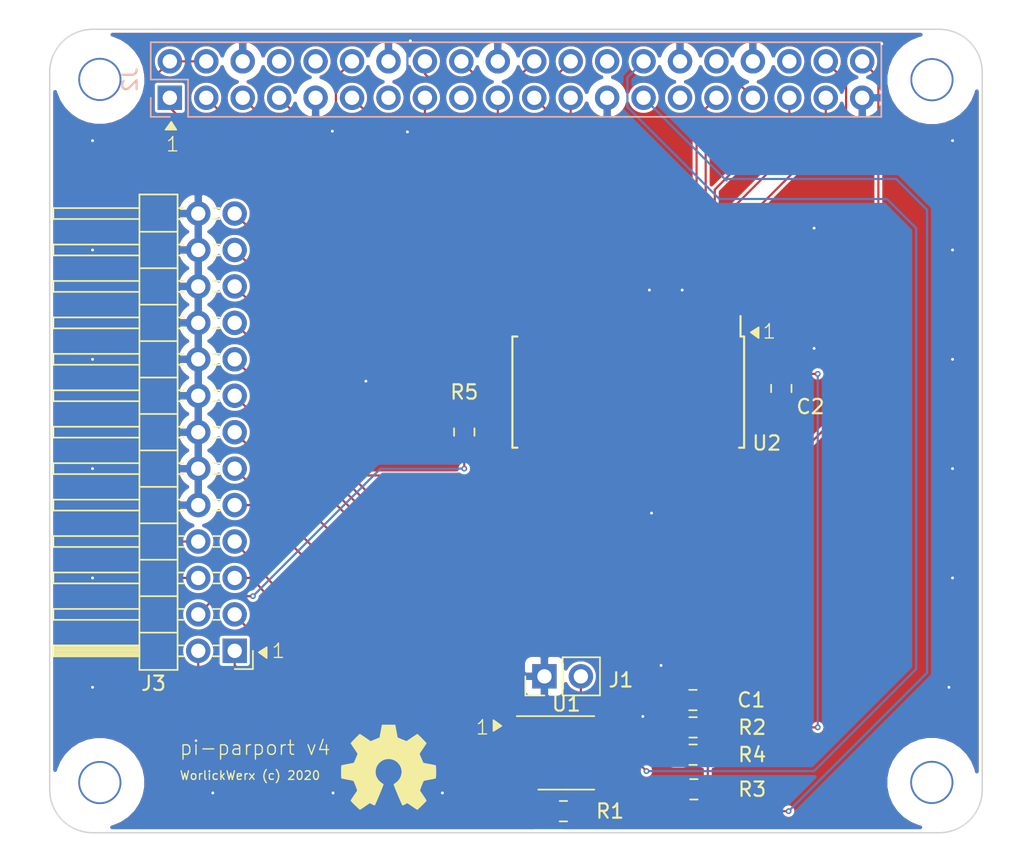
<source format=kicad_pcb>
(kicad_pcb (version 20171130) (host pcbnew 5.1.4+dfsg1-1~bpo10+1)
  (layers (0 F.Cu signal) (31 B.Cu signal) (34 B.Paste user) (35 F.Paste user) (36 B.SilkS user) (37 F.SilkS user) (38 B.Mask user) (39 F.Mask user) (44 Edge.Cuts user))
  (net 0 "")
  (net 1 GND)
  (net 2 /ID_SD_EEPROM)
  (net 3 /ID_SC_EEPROM)
  (net 4 "Net-(J1-Pad2)")
  (net 5 +3V3)
  (net 6 +5V)
  (net 7 /GPIO2)
  (net 8 /GPIO3)
  (net 9 /GPIO4)
  (net 10 "Net-(J2-Pad8)")
  (net 11 "Net-(J2-Pad10)")
  (net 12 /GPIO17)
  (net 13 /GPIO18)
  (net 14 "Net-(J2-Pad13)")
  (net 15 /GPIO22)
  (net 16 /GPIO23)
  (net 17 "Net-(J2-Pad17)")
  (net 18 /GPIO24)
  (net 19 /GPIO10)
  (net 20 /GPIO9)
  (net 21 /GPIO25)
  (net 22 /GPIO11)
  (net 23 /GPIO8)
  (net 24 "Net-(J2-Pad26)")
  (net 25 "Net-(J2-Pad29)")
  (net 26 /GPIO6)
  (net 27 "Net-(J2-Pad32)")
  (net 28 /GPIO13)
  (net 29 /GPIO19)
  (net 30 "Net-(J2-Pad36)")
  (net 31 /GPIO26)
  (net 32 /GPIO20)
  (net 33 /GPIO21)
  (net 34 /CONTROL0)
  (net 35 /CONTROL1)
  (net 36 /DATA0)
  (net 37 /STATUS3)
  (net 38 /DATA1)
  (net 39 /CONTROL2)
  (net 40 /DATA2)
  (net 41 /CONTROL3)
  (net 42 /DATA3)
  (net 43 /DATA4)
  (net 44 /DATA5)
  (net 45 /DATA6)
  (net 46 /DATA7)
  (net 47 /STATUS6)
  (net 48 /STATUS7)
  (net 49 /STATUS5)
  (net 50 /STATUS4)
  (net 51 "Net-(U2-Pad30)")
  (net 52 "Net-(U2-Pad43)")
  (module Symbol:OSHW-Symbol_6.7x6mm_SilkScreen (layer F.Cu) (at 102.1588 112.268)
    (fp_text reference REF** hide)
    (fp_text value OSHW-Symbol_6.7x6mm_SilkScreen hide)
  )
  (module Package_SO:SSOP-48_7.5x15.9mm_P0.635mm (layer F.Cu) (at 118.872 86.106 270)
    (fp_text reference U2 (at 3.556 -9.652 180) (layer F.SilkS))
    (fp_text value SN74LVC161284DLR)
    (pad 1 smd rect (at -4.7 -7.3025 270) (size 1.2 0.4) (layers F.Cu F.Paste F.Mask) (net 32 /GPIO20))
    (pad 2 smd rect (at -4.7 -6.6675 270) (size 1.2 0.4) (layers F.Cu F.Paste F.Mask) (net 31 /GPIO26))
    (pad 3 smd rect (at -4.7 -6.0325 270) (size 1.2 0.4) (layers F.Cu F.Paste F.Mask) (net 29 /GPIO19))
    (pad 4 smd rect (at -4.7 -5.3975 270) (size 1.2 0.4) (layers F.Cu F.Paste F.Mask) (net 26 /GPIO6))
    (pad 5 smd rect (at -4.7 -4.7625 270) (size 1.2 0.4) (layers F.Cu F.Paste F.Mask) (net 28 /GPIO13))
    (pad 6 smd rect (at -4.7 -4.1275 270) (size 1.2 0.4) (layers F.Cu F.Paste F.Mask) (net 1 GND))
    (pad 7 smd rect (at -4.7 -3.4925 270) (size 1.2 0.4) (layers F.Cu F.Paste F.Mask) (net 5 +3V3))
    (pad 8 smd rect (at -4.7 -2.8575 270) (size 1.2 0.4) (layers F.Cu F.Paste F.Mask) (net 22 /GPIO11))
    (pad 9 smd rect (at -4.7 -2.2225 270) (size 1.2 0.4) (layers F.Cu F.Paste F.Mask) (net 23 /GPIO8))
    (pad 10 smd rect (at -4.7 -1.5875 270) (size 1.2 0.4) (layers F.Cu F.Paste F.Mask) (net 1 GND))
    (pad 11 smd rect (at -4.7 -0.9525 270) (size 1.2 0.4) (layers F.Cu F.Paste F.Mask) (net 20 /GPIO9))
    (pad 12 smd rect (at -4.7 -0.3175 270) (size 1.2 0.4) (layers F.Cu F.Paste F.Mask) (net 21 /GPIO25))
    (pad 13 smd rect (at -4.7 0.3175 270) (size 1.2 0.4) (layers F.Cu F.Paste F.Mask) (net 19 /GPIO10))
    (pad 14 smd rect (at -4.7 0.9525 270) (size 1.2 0.4) (layers F.Cu F.Paste F.Mask) (net 18 /GPIO24))
    (pad 15 smd rect (at -4.7 1.5875 270) (size 1.2 0.4) (layers F.Cu F.Paste F.Mask) (net 1 GND))
    (pad 16 smd rect (at -4.7 2.2225 270) (size 1.2 0.4) (layers F.Cu F.Paste F.Mask) (net 16 /GPIO23))
    (pad 17 smd rect (at -4.7 2.8575 270) (size 1.2 0.4) (layers F.Cu F.Paste F.Mask) (net 15 /GPIO22))
    (pad 18 smd rect (at -4.7 3.4925 270) (size 1.2 0.4) (layers F.Cu F.Paste F.Mask) (net 5 +3V3))
    (pad 19 smd rect (at -4.7 4.1275 270) (size 1.2 0.4) (layers F.Cu F.Paste F.Mask) (net 1 GND))
    (pad 20 smd rect (at -4.7 4.7625 270) (size 1.2 0.4) (layers F.Cu F.Paste F.Mask) (net 12 /GPIO17))
    (pad 21 smd rect (at -4.7 5.3975 270) (size 1.2 0.4) (layers F.Cu F.Paste F.Mask) (net 13 /GPIO18))
    (pad 22 smd rect (at -4.7 6.0325 270) (size 1.2 0.4) (layers F.Cu F.Paste F.Mask) (net 9 /GPIO4))
    (pad 23 smd rect (at -4.7 6.6675 270) (size 1.2 0.4) (layers F.Cu F.Paste F.Mask) (net 8 /GPIO3))
    (pad 24 smd rect (at -4.7 7.3025 270) (size 1.2 0.4) (layers F.Cu F.Paste F.Mask) (net 7 /GPIO2))
    (pad 25 smd rect (at 4.7 7.3025 270) (size 1.2 0.4) (layers F.Cu F.Paste F.Mask) (net 37 /STATUS3))
    (pad 26 smd rect (at 4.7 6.6675 270) (size 1.2 0.4) (layers F.Cu F.Paste F.Mask) (net 50 /STATUS4))
    (pad 27 smd rect (at 4.7 6.0325 270) (size 1.2 0.4) (layers F.Cu F.Paste F.Mask) (net 49 /STATUS5))
    (pad 28 smd rect (at 4.7 5.3975 270) (size 1.2 0.4) (layers F.Cu F.Paste F.Mask) (net 48 /STATUS7))
    (pad 29 smd rect (at 4.7 4.7625 270) (size 1.2 0.4) (layers F.Cu F.Paste F.Mask) (net 47 /STATUS6))
    (pad 30 smd rect (at 4.7 4.1275 270) (size 1.2 0.4) (layers F.Cu F.Paste F.Mask) (net 51 "Net-(U2-Pad30)"))
    (pad 31 smd rect (at 4.7 3.4925 270) (size 1.2 0.4) (layers F.Cu F.Paste F.Mask) (net 6 +5V))
    (pad 32 smd rect (at 4.7 2.8575 270) (size 1.2 0.4) (layers F.Cu F.Paste F.Mask) (net 46 /DATA7))
    (pad 33 smd rect (at 4.7 2.2225 270) (size 1.2 0.4) (layers F.Cu F.Paste F.Mask) (net 45 /DATA6))
    (pad 34 smd rect (at 4.7 1.5875 270) (size 1.2 0.4) (layers F.Cu F.Paste F.Mask) (net 1 GND))
    (pad 35 smd rect (at 4.7 0.9525 270) (size 1.2 0.4) (layers F.Cu F.Paste F.Mask) (net 44 /DATA5))
    (pad 36 smd rect (at 4.7 0.3175 270) (size 1.2 0.4) (layers F.Cu F.Paste F.Mask) (net 43 /DATA4))
    (pad 37 smd rect (at 4.7 -0.3175 270) (size 1.2 0.4) (layers F.Cu F.Paste F.Mask) (net 42 /DATA3))
    (pad 38 smd rect (at 4.7 -0.9525 270) (size 1.2 0.4) (layers F.Cu F.Paste F.Mask) (net 40 /DATA2))
    (pad 39 smd rect (at 4.7 -1.5875 270) (size 1.2 0.4) (layers F.Cu F.Paste F.Mask) (net 1 GND))
    (pad 40 smd rect (at 4.7 -2.2225 270) (size 1.2 0.4) (layers F.Cu F.Paste F.Mask) (net 38 /DATA1))
    (pad 41 smd rect (at 4.7 -2.8575 270) (size 1.2 0.4) (layers F.Cu F.Paste F.Mask) (net 36 /DATA0))
    (pad 42 smd rect (at 4.7 -3.4925 270) (size 1.2 0.4) (layers F.Cu F.Paste F.Mask) (net 6 +5V))
    (pad 43 smd rect (at 4.7 -4.1275 270) (size 1.2 0.4) (layers F.Cu F.Paste F.Mask) (net 52 "Net-(U2-Pad43)"))
    (pad 44 smd rect (at 4.7 -4.7625 270) (size 1.2 0.4) (layers F.Cu F.Paste F.Mask) (net 34 /CONTROL0))
    (pad 45 smd rect (at 4.7 -5.3975 270) (size 1.2 0.4) (layers F.Cu F.Paste F.Mask) (net 35 /CONTROL1))
    (pad 46 smd rect (at 4.7 -6.0325 270) (size 1.2 0.4) (layers F.Cu F.Paste F.Mask) (net 39 /CONTROL2))
    (pad 47 smd rect (at 4.7 -6.6675 270) (size 1.2 0.4) (layers F.Cu F.Paste F.Mask) (net 41 /CONTROL3))
    (pad 48 smd rect (at 4.7 -7.3025 270) (size 1.2 0.4) (layers F.Cu F.Paste F.Mask) (net 33 /GPIO21))
  )
  (module Connector_PinHeader_2.54mm:PinHeader_2x13_P2.54mm_Horizontal (layer F.Cu) (at 91.44 104.14 180)
    (fp_text reference J3 (at 5.655 -2.27) (layer F.SilkS))
    (fp_text value Conn_02x13_Odd_Even)
    (pad 1 thru_hole rect (at 0 0 180) (size 1.7 1.7) (drill 1) (layers *.Cu *.Mask) (net 34 /CONTROL0))
    (pad 2 thru_hole oval (at 2.54 0 180) (size 1.7 1.7) (drill 1) (layers *.Cu *.Mask) (net 35 /CONTROL1))
    (pad 3 thru_hole oval (at 0 2.54 180) (size 1.7 1.7) (drill 1) (layers *.Cu *.Mask) (net 36 /DATA0))
    (pad 4 thru_hole oval (at 2.54 2.54 180) (size 1.7 1.7) (drill 1) (layers *.Cu *.Mask) (net 37 /STATUS3))
    (pad 5 thru_hole oval (at 0 5.08 180) (size 1.7 1.7) (drill 1) (layers *.Cu *.Mask) (net 38 /DATA1))
    (pad 6 thru_hole oval (at 2.54 5.08 180) (size 1.7 1.7) (drill 1) (layers *.Cu *.Mask) (net 39 /CONTROL2))
    (pad 7 thru_hole oval (at 0 7.62 180) (size 1.7 1.7) (drill 1) (layers *.Cu *.Mask) (net 40 /DATA2))
    (pad 8 thru_hole oval (at 2.54 7.62 180) (size 1.7 1.7) (drill 1) (layers *.Cu *.Mask) (net 41 /CONTROL3))
    (pad 9 thru_hole oval (at 0 10.16 180) (size 1.7 1.7) (drill 1) (layers *.Cu *.Mask) (net 42 /DATA3))
    (pad 10 thru_hole oval (at 2.54 10.16 180) (size 1.7 1.7) (drill 1) (layers *.Cu *.Mask) (net 1 GND))
    (pad 11 thru_hole oval (at 0 12.7 180) (size 1.7 1.7) (drill 1) (layers *.Cu *.Mask) (net 43 /DATA4))
    (pad 12 thru_hole oval (at 2.54 12.7 180) (size 1.7 1.7) (drill 1) (layers *.Cu *.Mask) (net 1 GND))
    (pad 13 thru_hole oval (at 0 15.24 180) (size 1.7 1.7) (drill 1) (layers *.Cu *.Mask) (net 44 /DATA5))
    (pad 14 thru_hole oval (at 2.54 15.24 180) (size 1.7 1.7) (drill 1) (layers *.Cu *.Mask) (net 1 GND))
    (pad 15 thru_hole oval (at 0 17.78 180) (size 1.7 1.7) (drill 1) (layers *.Cu *.Mask) (net 45 /DATA6))
    (pad 16 thru_hole oval (at 2.54 17.78 180) (size 1.7 1.7) (drill 1) (layers *.Cu *.Mask) (net 1 GND))
    (pad 17 thru_hole oval (at 0 20.32 180) (size 1.7 1.7) (drill 1) (layers *.Cu *.Mask) (net 46 /DATA7))
    (pad 18 thru_hole oval (at 2.54 20.32 180) (size 1.7 1.7) (drill 1) (layers *.Cu *.Mask) (net 1 GND))
    (pad 19 thru_hole oval (at 0 22.86 180) (size 1.7 1.7) (drill 1) (layers *.Cu *.Mask) (net 47 /STATUS6))
    (pad 20 thru_hole oval (at 2.54 22.86 180) (size 1.7 1.7) (drill 1) (layers *.Cu *.Mask) (net 1 GND))
    (pad 21 thru_hole oval (at 0 25.4 180) (size 1.7 1.7) (drill 1) (layers *.Cu *.Mask) (net 48 /STATUS7))
    (pad 22 thru_hole oval (at 2.54 25.4 180) (size 1.7 1.7) (drill 1) (layers *.Cu *.Mask) (net 1 GND))
    (pad 23 thru_hole oval (at 0 27.94 180) (size 1.7 1.7) (drill 1) (layers *.Cu *.Mask) (net 49 /STATUS5))
    (pad 24 thru_hole oval (at 2.54 27.94 180) (size 1.7 1.7) (drill 1) (layers *.Cu *.Mask) (net 1 GND))
    (pad 25 thru_hole oval (at 0 30.48 180) (size 1.7 1.7) (drill 1) (layers *.Cu *.Mask) (net 50 /STATUS4))
    (pad 26 thru_hole oval (at 2.54 30.48 180) (size 1.7 1.7) (drill 1) (layers *.Cu *.Mask) (net 1 GND))
  )
  (module Connector_PinSocket_2.54mm:PinSocket_2x20_P2.54mm_Vertical (layer B.Cu) (at 86.92 65.59 270)
    (fp_text reference J2 (at -1.27 2.77 270) (layer B.SilkS) (effects (justify mirror)))
    (fp_text value 40HAT)
    (pad 1 thru_hole rect (at 0 0 270) (size 1.7 1.7) (drill 1) (layers *.Cu *.Mask) (net 5 +3V3))
    (pad 2 thru_hole oval (at -2.54 0 270) (size 1.7 1.7) (drill 1) (layers *.Cu *.Mask) (net 6 +5V))
    (pad 3 thru_hole oval (at 0 -2.54 270) (size 1.7 1.7) (drill 1) (layers *.Cu *.Mask) (net 7 /GPIO2))
    (pad 4 thru_hole oval (at -2.54 -2.54 270) (size 1.7 1.7) (drill 1) (layers *.Cu *.Mask) (net 6 +5V))
    (pad 5 thru_hole oval (at 0 -5.08 270) (size 1.7 1.7) (drill 1) (layers *.Cu *.Mask) (net 8 /GPIO3))
    (pad 6 thru_hole oval (at -2.54 -5.08 270) (size 1.7 1.7) (drill 1) (layers *.Cu *.Mask) (net 1 GND))
    (pad 7 thru_hole oval (at 0 -7.62 270) (size 1.7 1.7) (drill 1) (layers *.Cu *.Mask) (net 9 /GPIO4))
    (pad 8 thru_hole oval (at -2.54 -7.62 270) (size 1.7 1.7) (drill 1) (layers *.Cu *.Mask) (net 10 "Net-(J2-Pad8)"))
    (pad 9 thru_hole oval (at 0 -10.16 270) (size 1.7 1.7) (drill 1) (layers *.Cu *.Mask) (net 1 GND))
    (pad 10 thru_hole oval (at -2.54 -10.16 270) (size 1.7 1.7) (drill 1) (layers *.Cu *.Mask) (net 11 "Net-(J2-Pad10)"))
    (pad 11 thru_hole oval (at 0 -12.7 270) (size 1.7 1.7) (drill 1) (layers *.Cu *.Mask) (net 12 /GPIO17))
    (pad 12 thru_hole oval (at -2.54 -12.7 270) (size 1.7 1.7) (drill 1) (layers *.Cu *.Mask) (net 13 /GPIO18))
    (pad 13 thru_hole oval (at 0 -15.24 270) (size 1.7 1.7) (drill 1) (layers *.Cu *.Mask) (net 14 "Net-(J2-Pad13)"))
    (pad 14 thru_hole oval (at -2.54 -15.24 270) (size 1.7 1.7) (drill 1) (layers *.Cu *.Mask) (net 1 GND))
    (pad 15 thru_hole oval (at 0 -17.78 270) (size 1.7 1.7) (drill 1) (layers *.Cu *.Mask) (net 15 /GPIO22))
    (pad 16 thru_hole oval (at -2.54 -17.78 270) (size 1.7 1.7) (drill 1) (layers *.Cu *.Mask) (net 16 /GPIO23))
    (pad 17 thru_hole oval (at 0 -20.32 270) (size 1.7 1.7) (drill 1) (layers *.Cu *.Mask) (net 17 "Net-(J2-Pad17)"))
    (pad 18 thru_hole oval (at -2.54 -20.32 270) (size 1.7 1.7) (drill 1) (layers *.Cu *.Mask) (net 18 /GPIO24))
    (pad 19 thru_hole oval (at 0 -22.86 270) (size 1.7 1.7) (drill 1) (layers *.Cu *.Mask) (net 19 /GPIO10))
    (pad 20 thru_hole oval (at -2.54 -22.86 270) (size 1.7 1.7) (drill 1) (layers *.Cu *.Mask) (net 1 GND))
    (pad 21 thru_hole oval (at 0 -25.4 270) (size 1.7 1.7) (drill 1) (layers *.Cu *.Mask) (net 20 /GPIO9))
    (pad 22 thru_hole oval (at -2.54 -25.4 270) (size 1.7 1.7) (drill 1) (layers *.Cu *.Mask) (net 21 /GPIO25))
    (pad 23 thru_hole oval (at 0 -27.94 270) (size 1.7 1.7) (drill 1) (layers *.Cu *.Mask) (net 22 /GPIO11))
    (pad 24 thru_hole oval (at -2.54 -27.94 270) (size 1.7 1.7) (drill 1) (layers *.Cu *.Mask) (net 23 /GPIO8))
    (pad 25 thru_hole oval (at 0 -30.48 270) (size 1.7 1.7) (drill 1) (layers *.Cu *.Mask) (net 1 GND))
    (pad 26 thru_hole oval (at -2.54 -30.48 270) (size 1.7 1.7) (drill 1) (layers *.Cu *.Mask) (net 24 "Net-(J2-Pad26)"))
    (pad 27 thru_hole oval (at 0 -33.02 270) (size 1.7 1.7) (drill 1) (layers *.Cu *.Mask) (net 2 /ID_SD_EEPROM))
    (pad 28 thru_hole oval (at -2.54 -33.02 270) (size 1.7 1.7) (drill 1) (layers *.Cu *.Mask) (net 3 /ID_SC_EEPROM))
    (pad 29 thru_hole oval (at 0 -35.56 270) (size 1.7 1.7) (drill 1) (layers *.Cu *.Mask) (net 25 "Net-(J2-Pad29)"))
    (pad 30 thru_hole oval (at -2.54 -35.56 270) (size 1.7 1.7) (drill 1) (layers *.Cu *.Mask) (net 1 GND))
    (pad 31 thru_hole oval (at 0 -38.1 270) (size 1.7 1.7) (drill 1) (layers *.Cu *.Mask) (net 26 /GPIO6))
    (pad 32 thru_hole oval (at -2.54 -38.1 270) (size 1.7 1.7) (drill 1) (layers *.Cu *.Mask) (net 27 "Net-(J2-Pad32)"))
    (pad 33 thru_hole oval (at 0 -40.64 270) (size 1.7 1.7) (drill 1) (layers *.Cu *.Mask) (net 28 /GPIO13))
    (pad 34 thru_hole oval (at -2.54 -40.64 270) (size 1.7 1.7) (drill 1) (layers *.Cu *.Mask) (net 1 GND))
    (pad 35 thru_hole oval (at 0 -43.18 270) (size 1.7 1.7) (drill 1) (layers *.Cu *.Mask) (net 29 /GPIO19))
    (pad 36 thru_hole oval (at -2.54 -43.18 270) (size 1.7 1.7) (drill 1) (layers *.Cu *.Mask) (net 30 "Net-(J2-Pad36)"))
    (pad 37 thru_hole oval (at 0 -45.72 270) (size 1.7 1.7) (drill 1) (layers *.Cu *.Mask) (net 31 /GPIO26))
    (pad 38 thru_hole oval (at -2.54 -45.72 270) (size 1.7 1.7) (drill 1) (layers *.Cu *.Mask) (net 32 /GPIO20))
    (pad 39 thru_hole oval (at 0 -48.26 270) (size 1.7 1.7) (drill 1) (layers *.Cu *.Mask) (net 1 GND))
    (pad 40 thru_hole oval (at -2.54 -48.26 270) (size 1.7 1.7) (drill 1) (layers *.Cu *.Mask) (net 33 /GPIO21))
  )
  (module Connector_PinHeader_2.54mm:PinHeader_1x02_P2.54mm_Vertical (layer F.Cu) (at 113.03 105.918 90)
    (fp_text reference J1 (at -0.254 5.334 180) (layer F.SilkS))
    (fp_text value CONN_01X02)
    (pad 1 thru_hole rect (at 0 0 90) (size 1.7 1.7) (drill 1) (layers *.Cu *.Mask) (net 1 GND))
    (pad 2 thru_hole oval (at 0 2.54 90) (size 1.7 1.7) (drill 1) (layers *.Cu *.Mask) (net 4 "Net-(J1-Pad2)"))
  )
  (module project_footprints:NPTH_3mm_ID (layer F.Cu) (at 82.04 64.31)
    (fp_text reference H1 (at 0.06 0.09) (layer F.SilkS))
    (fp_text value 3mm_Mounting_Hole hide)
    (pad "" np_thru_hole circle (at 0 0) (size 3 3) (drill 2.75) (layers *.Cu *.Mask) (clearance 1.6))
  )
  (module project_footprints:NPTH_3mm_ID (layer F.Cu) (at 140.04 64.33)
    (fp_text reference H3 (at 0.06 0.09) (layer F.SilkS))
    (fp_text value 3mm_Mounting_Hole hide)
    (pad "" np_thru_hole circle (at 0 0) (size 3 3) (drill 2.75) (layers *.Cu *.Mask) (clearance 1.6))
  )
  (module project_footprints:NPTH_3mm_ID (layer F.Cu) (at 82.04 113.32)
    (fp_text reference H2 (at 0.06 0.09) (layer F.SilkS))
    (fp_text value 3mm_Mounting_Hole hide)
    (pad "" np_thru_hole circle (at 0 0) (size 3 3) (drill 2.75) (layers *.Cu *.Mask) (clearance 1.6))
  )
  (module project_footprints:NPTH_3mm_ID (layer F.Cu) (at 140.03 113.31)
    (fp_text reference H4 (at 0.06 0.09) (layer F.SilkS))
    (fp_text value 3mm_Mounting_Hole hide)
    (pad "" np_thru_hole circle (at 0 0) (size 3 3) (drill 2.75) (layers *.Cu *.Mask) (clearance 1.6))
  )
  (module Resistor_SMD:R_0805_2012Metric_Pad1.15x1.40mm_HandSolder (layer F.Cu) (at 107.442 88.891 90)
    (fp_text reference R5 (at 2.785 0 180) (layer F.SilkS))
    (fp_text value 1.4K)
    (pad 1 smd roundrect (at -1.025 0 90) (size 1.15 1.4) (layers F.Cu F.Paste F.Mask) (roundrect_rratio 0.217391) (net 37 /STATUS3))
    (pad 2 smd roundrect (at 1.025 0 90) (size 1.15 1.4) (layers F.Cu F.Paste F.Mask) (roundrect_rratio 0.217391) (net 6 +5V))
  )
  (module Capacitor_SMD:C_0805_2012Metric_Pad1.15x1.40mm_HandSolder (layer F.Cu) (at 123.3805 107.569 180)
    (fp_text reference C1 (at -4.064 0) (layer F.SilkS))
    (fp_text value 100nF)
    (pad 2 smd roundrect (at 1.025 0 180) (size 1.15 1.4) (layers F.Cu F.Paste F.Mask) (roundrect_rratio 0.217391) (net 1 GND))
    (pad 1 smd roundrect (at -1.025 0 180) (size 1.15 1.4) (layers F.Cu F.Paste F.Mask) (roundrect_rratio 0.217391) (net 5 +3V3))
  )
  (module Capacitor_SMD:C_0805_2012Metric_Pad1.15x1.40mm_HandSolder (layer F.Cu) (at 129.54 85.852 270)
    (fp_text reference C2 (at 1.27 -2.032) (layer F.SilkS))
    (fp_text value 100nF)
    (pad 1 smd roundrect (at -1.025 0 270) (size 1.15 1.4) (layers F.Cu F.Paste F.Mask) (roundrect_rratio 0.217391) (net 5 +3V3))
    (pad 2 smd roundrect (at 1.025 0 270) (size 1.15 1.4) (layers F.Cu F.Paste F.Mask) (roundrect_rratio 0.217391) (net 1 GND))
  )
  (module Resistor_SMD:R_0805_2012Metric_Pad1.15x1.40mm_HandSolder (layer F.Cu) (at 114.3535 115.316 180)
    (fp_text reference R1 (at -3.2485 0) (layer F.SilkS))
    (fp_text value DNP)
    (pad 2 smd roundrect (at 1.025 0 180) (size 1.15 1.4) (layers F.Cu F.Paste F.Mask) (roundrect_rratio 0.217391) (net 1 GND))
    (pad 1 smd roundrect (at -1.025 0 180) (size 1.15 1.4) (layers F.Cu F.Paste F.Mask) (roundrect_rratio 0.217391) (net 4 "Net-(J1-Pad2)"))
  )
  (module Resistor_SMD:R_0805_2012Metric_Pad1.15x1.40mm_HandSolder (layer F.Cu) (at 123.3905 109.474)
    (fp_text reference R2 (at 4.1175 0) (layer F.SilkS))
    (fp_text value 10K)
    (pad 1 smd roundrect (at -1.025 0) (size 1.15 1.4) (layers F.Cu F.Paste F.Mask) (roundrect_rratio 0.217391) (net 4 "Net-(J1-Pad2)"))
    (pad 2 smd roundrect (at 1.025 0) (size 1.15 1.4) (layers F.Cu F.Paste F.Mask) (roundrect_rratio 0.217391) (net 5 +3V3))
  )
  (module Resistor_SMD:R_0805_2012Metric_Pad1.15x1.40mm_HandSolder (layer F.Cu) (at 123.444 113.792 180)
    (fp_text reference R3 (at -4.064 0) (layer F.SilkS))
    (fp_text value 3.9K)
    (pad 1 smd roundrect (at -1.025 0 180) (size 1.15 1.4) (layers F.Cu F.Paste F.Mask) (roundrect_rratio 0.217391) (net 5 +3V3))
    (pad 2 smd roundrect (at 1.025 0 180) (size 1.15 1.4) (layers F.Cu F.Paste F.Mask) (roundrect_rratio 0.217391) (net 2 /ID_SD_EEPROM))
  )
  (module Resistor_SMD:R_0805_2012Metric_Pad1.15x1.40mm_HandSolder (layer F.Cu) (at 123.3905 111.379 180)
    (fp_text reference R4 (at -4.1175 0) (layer F.SilkS))
    (fp_text value 3.9K)
    (pad 2 smd roundrect (at 1.025 0 180) (size 1.15 1.4) (layers F.Cu F.Paste F.Mask) (roundrect_rratio 0.217391) (net 3 /ID_SC_EEPROM))
    (pad 1 smd roundrect (at -1.025 0 180) (size 1.15 1.4) (layers F.Cu F.Paste F.Mask) (roundrect_rratio 0.217391) (net 5 +3V3))
  )
  (module Package_SO:SOIC-8_3.9x4.9mm_P1.27mm (layer F.Cu) (at 114.554 111.252)
    (fp_text reference U1 (at 0 -3.4) (layer F.SilkS))
    (fp_text value CAT24C32)
    (pad 1 smd roundrect (at -2.475 -1.905) (size 1.95 0.6) (layers F.Cu F.Paste F.Mask) (net 1 GND))
    (pad 2 smd roundrect (at -2.475 -0.635) (size 1.95 0.6) (layers F.Cu F.Paste F.Mask) (net 1 GND))
    (pad 3 smd roundrect (at -2.475 0.635) (size 1.95 0.6) (layers F.Cu F.Paste F.Mask) (net 1 GND))
    (pad 4 smd roundrect (at -2.475 1.905) (size 1.95 0.6) (layers F.Cu F.Paste F.Mask) (net 1 GND))
    (pad 5 smd roundrect (at 2.475 1.905) (size 1.95 0.6) (layers F.Cu F.Paste F.Mask) (net 2 /ID_SD_EEPROM))
    (pad 6 smd roundrect (at 2.475 0.635) (size 1.95 0.6) (layers F.Cu F.Paste F.Mask) (net 3 /ID_SC_EEPROM))
    (pad 7 smd roundrect (at 2.475 -0.635) (size 1.95 0.6) (layers F.Cu F.Paste F.Mask) (net 4 "Net-(J1-Pad2)"))
    (pad 8 smd roundrect (at 2.475 -1.905) (size 1.95 0.6) (layers F.Cu F.Paste F.Mask) (net 5 +3V3))
  )
  (gr_line (start 143.546356 63.817611) (end 143.546351 113.822847) (layer Edge.Cuts) (width 0.1))
  (gr_text 1 (at 87.122 68.834) (layer F.SilkS) (effects (font (size 1 1) (thickness 0.09))))
  (gr_poly (pts (xy 86.614 67.818) (xy 87.0204 67.2592) (xy 87.376 67.818)) (layer F.SilkS) (width 0.1))
  (gr_text 1 (at 108.712 109.474) (layer F.SilkS) (effects (font (size 1 1) (thickness 0.09))))
  (gr_poly (pts (xy 109.474 108.966) (xy 110.0328 109.3724) (xy 109.474 109.728)) (layer F.SilkS) (width 0.1))
  (gr_poly (pts (xy 93.6752 104.648) (xy 93.1164 104.2416) (xy 93.6752 103.886)) (layer F.SilkS) (width 0.1))
  (gr_text 1 (at 94.488 104.14) (layer F.SilkS) (effects (font (size 1 1) (thickness 0.09))))
  (gr_text 1 (at 128.7 81.875) (layer F.SilkS) (effects (font (size 1 1) (thickness 0.09))))
  (gr_poly (pts (xy 127.9652 82.3468) (xy 127.4064 81.9404) (xy 127.9652 81.5848)) (layer F.SilkS) (width 0.1))
  (gr_text "WorlickWerx (c) 2020" (at 92.5068 112.8268) (layer F.SilkS) (effects (font (size 0.6 0.6) (thickness 0.09))))
  (gr_text "pi-parport v4" (at 92.8624 110.8964) (layer F.SilkS) (effects (font (size 1 1) (thickness 0.09))))
  (gr_line (start 78.546356 63.817611) (end 78.546356 113.817611) (layer Edge.Cuts) (width 0.1))
  (gr_arc (start 81.546356 63.817611) (end 81.546356 60.817611) (angle -90) (layer Edge.Cuts) (width 0.1))
  (gr_line (start 140.546356 60.817611) (end 81.546356 60.817611) (layer Edge.Cuts) (width 0.1))
  (gr_arc (start 140.546356 63.817611) (end 143.546356 63.817611) (angle -90) (layer Edge.Cuts) (width 0.1))
  (gr_arc (start 81.546356 113.817611) (end 78.546356 113.817611) (angle -90) (layer Edge.Cuts) (width 0.1))
  (gr_line (start 81.546356 116.817611) (end 140.546356 116.817611) (layer Edge.Cuts) (width 0.1))
  (gr_arc (start 140.546356 113.817611) (end 140.546356 116.817611) (angle -89.9) (layer Edge.Cuts) (width 0.1))
  (via (at 81.534 76.2) (size 0.4) (drill 0.2) (layers F.Cu B.Cu) (net 1))
  (via (at 81.534 83.82) (size 0.4) (drill 0.2) (layers F.Cu B.Cu) (net 1))
  (via (at 81.534 91.44) (size 0.4) (drill 0.2) (layers F.Cu B.Cu) (net 1))
  (via (at 81.534 99.06) (size 0.4) (drill 0.2) (layers F.Cu B.Cu) (net 1))
  (via (at 81.534 106.68) (size 0.4) (drill 0.2) (layers F.Cu B.Cu) (net 1))
  (via (at 89.916 114.046) (size 0.4) (drill 0.2) (layers F.Cu B.Cu) (net 1))
  (via (at 98.298 114.046) (size 0.4) (drill 0.2) (layers F.Cu B.Cu) (net 1))
  (via (at 105.918 114.046) (size 0.4) (drill 0.2) (layers F.Cu B.Cu) (net 1))
  (via (at 141.224 106.68) (size 0.4) (drill 0.2) (layers F.Cu B.Cu) (net 1))
  (via (at 141.478 99.06) (size 0.4) (drill 0.2) (layers F.Cu B.Cu) (net 1))
  (via (at 141.478 91.44) (size 0.4) (drill 0.2) (layers F.Cu B.Cu) (net 1))
  (via (at 141.478 76.2) (size 0.4) (drill 0.2) (layers F.Cu B.Cu) (net 1))
  (via (at 141.478 68.58) (size 0.4) (drill 0.2) (layers F.Cu B.Cu) (net 1))
  (via (at 131.826 74.676) (size 0.4) (drill 0.2) (layers F.Cu B.Cu) (net 1))
  (via (at 131.826 83.058) (size 0.4) (drill 0.2) (layers F.Cu B.Cu) (net 1))
  (via (at 121.158 105.156) (size 0.4) (drill 0.2) (layers F.Cu B.Cu) (net 1))
  (via (at 100.584 85.344) (size 0.4) (drill 0.2) (layers F.Cu B.Cu) (net 1))
  (via (at 81.534 68.58) (size 0.4) (drill 0.2) (layers F.Cu B.Cu) (net 1))
  (via (at 141.478 83.82) (size 0.4) (drill 0.2) (layers F.Cu B.Cu) (net 1))
  (via (at 120.3452 78.994) (size 0.4) (drill 0.2) (layers F.Cu B.Cu) (net 1))
  (via (at 120.4976 94.5388) (size 0.4) (drill 0.2) (layers F.Cu B.Cu) (net 1))
  (via (at 122.6312 78.994) (size 0.4) (drill 0.2) (layers F.Cu B.Cu) (net 1))
  (segment (start 120.3452 78.994) (end 122.6312 78.994) (width 0.15) (layer B.Cu) (net 1))
  (via (at 136.5504 61.8236) (size 0.4) (drill 0.2) (layers F.Cu B.Cu) (net 1))
  (via (at 98.2472 67.9196) (size 0.4) (drill 0.2) (layers F.Cu B.Cu) (net 1))
  (via (at 103.6828 61.6204) (size 0.4) (drill 0.2) (layers F.Cu B.Cu) (net 1))
  (via (at 103.4796 67.9704) (size 0.4) (drill 0.2) (layers F.Cu B.Cu) (net 1))
  (segment (start 103.279601 67.770401) (end 103.4796 67.9704) (width 0.15) (layer B.Cu) (net 1))
  (segment (start 103.228801 67.719601) (end 103.279601 67.770401) (width 0.15) (layer B.Cu) (net 1))
  (segment (start 98.447199 67.719601) (end 103.228801 67.719601) (width 0.15) (layer B.Cu) (net 1))
  (segment (start 98.2472 67.9196) (end 98.447199 67.719601) (width 0.15) (layer B.Cu) (net 1))
  (segment (start 103.4796 61.8236) (end 103.6828 61.6204) (width 0.15) (layer B.Cu) (net 1))
  (segment (start 103.4796 67.9704) (end 103.4796 61.8236) (width 0.15) (layer B.Cu) (net 1))
  (via (at 119.888 108.712) (size 0.4) (drill 0.2) (layers F.Cu B.Cu) (net 1))
  (segment (start 120.4976 79.1464) (end 120.3452 78.994) (width 0.15) (layer B.Cu) (net 1))
  (segment (start 120.4976 94.5388) (end 120.4976 79.1464) (width 0.15) (layer B.Cu) (net 1))
  (segment (start 119.94 66.06) (end 119.94 65.59) (width 0.25) (layer B.Cu) (net 2))
  (segment (start 120.49 66.14) (end 119.94 65.59) (width 0.15) (layer F.Cu) (net 2))
  (segment (start 121.744 113.792) (end 122.419 113.792) (width 0.15) (layer F.Cu) (net 2))
  (segment (start 117.029 113.557) (end 117.264 113.792) (width 0.15) (layer F.Cu) (net 2))
  (segment (start 117.029 113.157) (end 117.029 113.557) (width 0.15) (layer F.Cu) (net 2))
  (segment (start 117.264 113.792) (end 121.744 113.792) (width 0.15) (layer F.Cu) (net 2))
  (segment (start 139.7 105.664) (end 130.048 115.316) (width 0.15) (layer B.Cu) (net 2))
  (segment (start 130.048 115.316) (end 130.048 115.316) (width 0.15) (layer B.Cu) (net 2))
  (via (at 130.048 115.316) (size 0.4) (drill 0.2) (layers F.Cu B.Cu) (net 2))
  (segment (start 122.419 114.592) (end 123.143 115.316) (width 0.15) (layer F.Cu) (net 2))
  (segment (start 122.419 113.792) (end 122.419 114.592) (width 0.15) (layer F.Cu) (net 2))
  (segment (start 123.143 115.316) (end 130.048 115.316) (width 0.15) (layer F.Cu) (net 2))
  (segment (start 125.6 71.25) (end 137.544 71.25) (width 0.15) (layer B.Cu) (net 2))
  (segment (start 125.6 71.25) (end 119.94 65.59) (width 0.15) (layer B.Cu) (net 2))
  (segment (start 125.724 71.374) (end 125.6 71.25) (width 0.15) (layer B.Cu) (net 2))
  (segment (start 139.7 73.406) (end 139.7 105.664) (width 0.15) (layer B.Cu) (net 2))
  (segment (start 137.544 71.25) (end 139.7 73.406) (width 0.15) (layer B.Cu) (net 2))
  (segment (start 119.94 63.05) (end 119.85 63.05) (width 0.15) (layer F.Cu) (net 3))
  (segment (start 122.428 111.3295) (end 122.428 111.252) (width 0.15) (layer F.Cu) (net 3))
  (segment (start 121.808 111.902) (end 121.8555 111.902) (width 0.15) (layer F.Cu) (net 3))
  (segment (start 121.793 111.887) (end 121.808 111.902) (width 0.15) (layer F.Cu) (net 3))
  (segment (start 117.254 111.887) (end 118.491 111.887) (width 0.15) (layer F.Cu) (net 3))
  (segment (start 118.814999 64.175001) (end 119.090001 63.899999) (width 0.15) (layer B.Cu) (net 3))
  (segment (start 118.814999 66.236999) (end 118.814999 64.175001) (width 0.15) (layer B.Cu) (net 3))
  (segment (start 125.222 72.644) (end 118.814999 66.236999) (width 0.15) (layer B.Cu) (net 3))
  (segment (start 119.090001 63.899999) (end 119.94 63.05) (width 0.15) (layer B.Cu) (net 3))
  (segment (start 131.826 112.522) (end 138.938 105.41) (width 0.15) (layer B.Cu) (net 3))
  (via (at 120.142 112.522) (size 0.4) (drill 0.2) (layers F.Cu B.Cu) (net 3))
  (segment (start 131.826 112.522) (end 120.142 112.522) (width 0.15) (layer B.Cu) (net 3))
  (segment (start 120.142 112.522) (end 119.507 111.887) (width 0.15) (layer F.Cu) (net 3))
  (segment (start 118.491 111.887) (end 119.507 111.887) (width 0.15) (layer F.Cu) (net 3))
  (segment (start 121.1825 111.887) (end 119.507 111.887) (width 0.15) (layer F.Cu) (net 3))
  (segment (start 121.6905 111.379) (end 121.1825 111.887) (width 0.15) (layer F.Cu) (net 3))
  (segment (start 122.3655 111.379) (end 121.6905 111.379) (width 0.15) (layer F.Cu) (net 3))
  (segment (start 125.222 72.644) (end 136.906 72.644) (width 0.15) (layer B.Cu) (net 3))
  (segment (start 138.938 105.41) (end 138.938 74.676) (width 0.15) (layer B.Cu) (net 3))
  (segment (start 138.938 74.676) (end 136.906 72.644) (width 0.15) (layer B.Cu) (net 3))
  (segment (start 122.428 109.5515) (end 122.428 109.474) (width 0.15) (layer F.Cu) (net 4))
  (segment (start 121.3625 110.617) (end 122.428 109.5515) (width 0.15) (layer F.Cu) (net 4))
  (segment (start 117.254 110.617) (end 121.3625 110.617) (width 0.15) (layer F.Cu) (net 4))
  (segment (start 116.14 110.428) (end 115.57 109.858) (width 0.15) (layer F.Cu) (net 4))
  (segment (start 116.329 110.617) (end 116.14 110.428) (width 0.15) (layer F.Cu) (net 4))
  (segment (start 115.57 109.858) (end 115.57 105.918) (width 0.15) (layer F.Cu) (net 4))
  (segment (start 116.14 110.428) (end 116.078 110.366) (width 0.15) (layer F.Cu) (net 4))
  (segment (start 115.316 114.666) (end 115.316 115.316) (width 0.15) (layer F.Cu) (net 4))
  (segment (start 115.316 111.63) (end 115.316 114.666) (width 0.15) (layer F.Cu) (net 4))
  (segment (start 116.329 110.617) (end 115.316 111.63) (width 0.15) (layer F.Cu) (net 4))
  (segment (start 117.254 110.617) (end 116.329 110.617) (width 0.15) (layer F.Cu) (net 4))
  (segment (start 124.4065 111.3055) (end 124.353 111.252) (width 0.15) (layer F.Cu) (net 5))
  (segment (start 121.412 84.836) (end 122.3645 83.8835) (width 0.15) (layer F.Cu) (net 5))
  (segment (start 115.3795 83.8835) (end 116.332 84.836) (width 0.15) (layer F.Cu) (net 5))
  (segment (start 86.92 66.274012) (end 90.495988 69.85) (width 0.15) (layer F.Cu) (net 5))
  (segment (start 86.92 65.59) (end 86.92 66.274012) (width 0.15) (layer F.Cu) (net 5))
  (segment (start 90.495988 69.85) (end 91.948 69.85) (width 0.15) (layer F.Cu) (net 5))
  (segment (start 106.934 84.836) (end 117.856 84.836) (width 0.15) (layer F.Cu) (net 5))
  (segment (start 91.948 69.85) (end 106.934 84.836) (width 0.15) (layer F.Cu) (net 5))
  (segment (start 117.856 84.836) (end 121.412 84.836) (width 0.15) (layer F.Cu) (net 5))
  (segment (start 116.332 84.836) (end 117.856 84.836) (width 0.15) (layer F.Cu) (net 5))
  (via (at 132.08 109.474) (size 0.4) (drill 0.2) (layers F.Cu B.Cu) (net 5))
  (segment (start 132.08 84.836) (end 132.08 109.474) (width 0.15) (layer B.Cu) (net 5))
  (segment (start 124.4155 109.474) (end 132.08 109.474) (width 0.15) (layer F.Cu) (net 5))
  (via (at 132.08 84.836) (size 0.4) (drill 0.2) (layers F.Cu B.Cu) (net 5))
  (segment (start 121.412 84.836) (end 127.762 84.836) (width 0.15) (layer F.Cu) (net 5))
  (segment (start 127.771 84.827) (end 129.54 84.827) (width 0.15) (layer F.Cu) (net 5))
  (segment (start 127.762 84.836) (end 127.771 84.827) (width 0.15) (layer F.Cu) (net 5))
  (segment (start 129.549 84.836) (end 129.54 84.827) (width 0.15) (layer F.Cu) (net 5))
  (segment (start 132.08 84.836) (end 129.549 84.836) (width 0.15) (layer F.Cu) (net 5))
  (segment (start 124.4155 107.706) (end 124.4055 107.696) (width 0.15) (layer F.Cu) (net 5))
  (segment (start 117.129 109.347) (end 120.304 106.172) (width 0.15) (layer F.Cu) (net 5))
  (segment (start 120.304 106.172) (end 123.952 106.172) (width 0.15) (layer F.Cu) (net 5))
  (segment (start 123.952 106.172) (end 124.4055 106.6255) (width 0.15) (layer F.Cu) (net 5))
  (segment (start 122.3645 83.8835) (end 122.3645 81.406) (width 0.15) (layer F.Cu) (net 5))
  (segment (start 115.3795 82.2325) (end 115.3795 81.406) (width 0.15) (layer F.Cu) (net 5))
  (segment (start 115.3795 83.8835) (end 115.3795 82.2325) (width 0.15) (layer F.Cu) (net 5))
  (segment (start 124.4055 106.6255) (end 124.4055 107.569) (width 0.15) (layer F.Cu) (net 5))
  (segment (start 124.4055 109.464) (end 124.4155 109.474) (width 0.15) (layer F.Cu) (net 5))
  (segment (start 124.4155 109.474) (end 124.4155 111.379) (width 0.15) (layer F.Cu) (net 5))
  (segment (start 124.4155 113.7385) (end 124.469 113.792) (width 0.15) (layer F.Cu) (net 5))
  (segment (start 124.4155 111.379) (end 124.4155 113.7385) (width 0.15) (layer F.Cu) (net 5))
  (segment (start 124.4055 107.569) (end 124.4055 109.464) (width 0.15) (layer F.Cu) (net 5))
  (segment (start 108.142 87.866) (end 108.16 87.884) (width 0.15) (layer F.Cu) (net 6))
  (segment (start 107.442 87.866) (end 108.142 87.866) (width 0.15) (layer F.Cu) (net 6))
  (segment (start 114.3 87.884) (end 115.3795 88.9635) (width 0.15) (layer F.Cu) (net 6))
  (segment (start 121.412 87.884) (end 114.046 87.884) (width 0.15) (layer F.Cu) (net 6))
  (segment (start 114.046 87.884) (end 114.3 87.884) (width 0.15) (layer F.Cu) (net 6))
  (segment (start 108.16 87.884) (end 114.046 87.884) (width 0.15) (layer F.Cu) (net 6))
  (segment (start 85.215001 64.754999) (end 85.215001 67.946999) (width 0.15) (layer F.Cu) (net 6))
  (segment (start 86.92 63.05) (end 85.215001 64.754999) (width 0.15) (layer F.Cu) (net 6))
  (segment (start 85.215001 67.946999) (end 88.896002 71.628) (width 0.15) (layer F.Cu) (net 6))
  (segment (start 107.442 87.291) (end 107.442 87.866) (width 0.15) (layer F.Cu) (net 6))
  (segment (start 91.779 71.628) (end 107.442 87.291) (width 0.15) (layer F.Cu) (net 6))
  (segment (start 88.896002 71.628) (end 91.779 71.628) (width 0.15) (layer F.Cu) (net 6))
  (segment (start 86.92 63.05) (end 89.46 63.05) (width 0.15) (layer F.Cu) (net 6))
  (segment (start 115.3795 88.9635) (end 115.3795 90.806) (width 0.15) (layer F.Cu) (net 6))
  (segment (start 122.428 88.9) (end 121.412 87.884) (width 0.15) (layer F.Cu) (net 6))
  (segment (start 122.428 89.9925) (end 122.428 88.9) (width 0.15) (layer F.Cu) (net 6))
  (segment (start 122.3645 90.056) (end 122.428 89.9925) (width 0.15) (layer F.Cu) (net 6))
  (segment (start 122.3645 90.806) (end 122.3645 90.056) (width 0.15) (layer F.Cu) (net 6))
  (segment (start 105.276 81.406) (end 111.5695 81.406) (width 0.15) (layer F.Cu) (net 7))
  (segment (start 89.46 65.59) (end 105.276 81.406) (width 0.15) (layer F.Cu) (net 7))
  (segment (start 112.2045 80.656) (end 112.2045 81.406) (width 0.15) (layer F.Cu) (net 8))
  (segment (start 111.5585 80.01) (end 112.2045 80.656) (width 0.15) (layer F.Cu) (net 8))
  (segment (start 106.42 80.01) (end 111.5585 80.01) (width 0.15) (layer F.Cu) (net 8))
  (segment (start 92 65.59) (end 106.42 80.01) (width 0.15) (layer F.Cu) (net 8))
  (segment (start 107.944 78.994) (end 107.95 78.994) (width 0.15) (layer F.Cu) (net 9))
  (segment (start 94.54 65.59) (end 107.944 78.994) (width 0.15) (layer F.Cu) (net 9))
  (segment (start 107.95 78.994) (end 108.204 79.248) (width 0.15) (layer F.Cu) (net 9))
  (segment (start 108.204 79.248) (end 111.76 79.248) (width 0.15) (layer F.Cu) (net 9))
  (segment (start 112.8395 80.3275) (end 112.8395 81.406) (width 0.15) (layer F.Cu) (net 9))
  (segment (start 111.76 79.248) (end 112.8395 80.3275) (width 0.15) (layer F.Cu) (net 9))
  (segment (start 99.62 65.59) (end 111.754 77.724) (width 0.15) (layer F.Cu) (net 12))
  (segment (start 111.754 77.724) (end 112.014 77.724) (width 0.15) (layer F.Cu) (net 12))
  (segment (start 114.1095 79.8195) (end 114.1095 81.406) (width 0.15) (layer F.Cu) (net 12))
  (segment (start 112.014 77.724) (end 114.1095 79.8195) (width 0.15) (layer F.Cu) (net 12))
  (segment (start 111.76 78.486) (end 113.4745 80.2005) (width 0.15) (layer F.Cu) (net 13))
  (segment (start 110.452502 78.486) (end 111.76 78.486) (width 0.15) (layer F.Cu) (net 13))
  (segment (start 98.494999 66.528497) (end 110.452502 78.486) (width 0.15) (layer F.Cu) (net 13))
  (segment (start 99.62 63.05) (end 98.494999 64.175001) (width 0.15) (layer F.Cu) (net 13))
  (segment (start 113.4745 80.2005) (end 113.4745 81.406) (width 0.15) (layer F.Cu) (net 13))
  (segment (start 98.494999 64.175001) (end 98.494999 66.528497) (width 0.15) (layer F.Cu) (net 13))
  (segment (start 104.7 68.378) (end 104.7 65.59) (width 0.15) (layer F.Cu) (net 15))
  (segment (start 116.0145 79.6925) (end 104.7 68.378) (width 0.15) (layer F.Cu) (net 15))
  (segment (start 116.0145 79.6925) (end 116.0145 81.406) (width 0.15) (layer F.Cu) (net 15))
  (segment (start 104.7 63.924998) (end 105.918 65.142998) (width 0.15) (layer F.Cu) (net 16))
  (segment (start 104.7 63.05) (end 104.7 63.924998) (width 0.15) (layer F.Cu) (net 16))
  (segment (start 105.918 65.142998) (end 105.918 67.818) (width 0.15) (layer F.Cu) (net 16))
  (segment (start 105.918 67.818) (end 116.6495 78.5495) (width 0.15) (layer F.Cu) (net 16))
  (segment (start 116.6495 80.5815) (end 116.6495 81.406) (width 0.15) (layer F.Cu) (net 16))
  (segment (start 116.6495 78.5495) (end 116.6495 80.5815) (width 0.15) (layer F.Cu) (net 16))
  (segment (start 108.365001 64.175001) (end 108.365001 68.741001) (width 0.15) (layer F.Cu) (net 18))
  (segment (start 107.24 63.05) (end 108.365001 64.175001) (width 0.15) (layer F.Cu) (net 18))
  (segment (start 108.365001 68.741001) (end 117.9195 78.2955) (width 0.15) (layer F.Cu) (net 18))
  (segment (start 117.9195 78.2955) (end 117.9195 81.406) (width 0.15) (layer F.Cu) (net 18))
  (segment (start 109.78 65.59) (end 109.78 68.632) (width 0.15) (layer F.Cu) (net 19))
  (segment (start 109.78 68.632) (end 118.5545 77.4065) (width 0.15) (layer F.Cu) (net 19))
  (segment (start 118.5545 77.9145) (end 118.5545 81.406) (width 0.15) (layer F.Cu) (net 19))
  (segment (start 118.5545 77.4065) (end 118.5545 77.9145) (width 0.15) (layer F.Cu) (net 19))
  (segment (start 113.169999 66.439999) (end 113.169999 69.481999) (width 0.15) (layer F.Cu) (net 20))
  (segment (start 112.32 65.59) (end 113.169999 66.439999) (width 0.15) (layer F.Cu) (net 20))
  (segment (start 113.169999 69.481999) (end 119.8245 76.1365) (width 0.15) (layer F.Cu) (net 20))
  (segment (start 119.8245 80.7085) (end 119.8245 81.406) (width 0.15) (layer F.Cu) (net 20))
  (segment (start 119.8245 76.1365) (end 119.8245 80.7085) (width 0.15) (layer F.Cu) (net 20))
  (segment (start 112.32 63.05) (end 110.998 64.372) (width 0.15) (layer F.Cu) (net 21))
  (segment (start 110.998 64.372) (end 110.998 68.326) (width 0.15) (layer F.Cu) (net 21))
  (segment (start 110.998 68.326) (end 119.1895 76.5175) (width 0.15) (layer F.Cu) (net 21))
  (segment (start 119.1895 81.0895) (end 119.1895 81.406) (width 0.15) (layer F.Cu) (net 21))
  (segment (start 119.1895 76.5175) (end 119.1895 81.0895) (width 0.15) (layer F.Cu) (net 21))
  (segment (start 114.86 65.59) (end 114.86 68.378) (width 0.15) (layer F.Cu) (net 22))
  (segment (start 114.86 68.378) (end 121.7295 75.2475) (width 0.15) (layer F.Cu) (net 22))
  (segment (start 121.7295 81.3435) (end 121.7295 81.406) (width 0.15) (layer F.Cu) (net 22))
  (segment (start 121.7295 75.2475) (end 121.7295 81.3435) (width 0.15) (layer F.Cu) (net 22))
  (segment (start 113.734999 68.522999) (end 121.0945 75.8825) (width 0.15) (layer F.Cu) (net 23))
  (segment (start 114.86 63.05) (end 113.734999 64.175001) (width 0.15) (layer F.Cu) (net 23))
  (segment (start 121.0945 75.8825) (end 121.0945 81.406) (width 0.15) (layer F.Cu) (net 23))
  (segment (start 113.734999 64.175001) (end 113.734999 68.522999) (width 0.15) (layer F.Cu) (net 23))
  (segment (start 125.02 65.59) (end 124.170001 66.439999) (width 0.15) (layer F.Cu) (net 26))
  (segment (start 124.2695 66.539498) (end 124.2695 81.406) (width 0.15) (layer F.Cu) (net 26))
  (segment (start 124.170001 66.439999) (end 124.2695 66.539498) (width 0.15) (layer F.Cu) (net 26))
  (segment (start 124.479999 64.464999) (end 123.6345 65.310498) (width 0.15) (layer F.Cu) (net 28))
  (segment (start 126.434999 64.464999) (end 124.479999 64.464999) (width 0.15) (layer F.Cu) (net 28))
  (segment (start 127.56 65.59) (end 126.434999 64.464999) (width 0.15) (layer F.Cu) (net 28))
  (segment (start 123.6345 66.7385) (end 123.6345 81.406) (width 0.15) (layer F.Cu) (net 28))
  (segment (start 123.6345 65.310498) (end 123.6345 66.7385) (width 0.15) (layer F.Cu) (net 28))
  (segment (start 130.1 66.792081) (end 124.9045 71.987581) (width 0.15) (layer F.Cu) (net 29))
  (segment (start 130.1 65.59) (end 130.1 66.792081) (width 0.15) (layer F.Cu) (net 29))
  (segment (start 124.9045 74.8665) (end 124.9045 81.406) (width 0.15) (layer F.Cu) (net 29))
  (segment (start 124.9045 71.987581) (end 124.9045 74.8665) (width 0.15) (layer F.Cu) (net 29))
  (segment (start 132.64 66.792081) (end 125.5395 73.892581) (width 0.15) (layer F.Cu) (net 31))
  (segment (start 132.64 65.59) (end 132.64 66.792081) (width 0.15) (layer F.Cu) (net 31))
  (segment (start 125.5395 73.892581) (end 125.5395 81.406) (width 0.15) (layer F.Cu) (net 31))
  (segment (start 134.054999 64.464999) (end 134.054999 67.113001) (width 0.15) (layer F.Cu) (net 32))
  (segment (start 132.64 63.05) (end 134.054999 64.464999) (width 0.15) (layer F.Cu) (net 32))
  (segment (start 134.054999 67.113001) (end 126.1745 74.9935) (width 0.15) (layer F.Cu) (net 32))
  (segment (start 126.1745 74.9935) (end 126.1745 81.406) (width 0.15) (layer F.Cu) (net 32))
  (segment (start 130.428 90.806) (end 126.1745 90.806) (width 0.15) (layer F.Cu) (net 33))
  (segment (start 136.305001 84.928999) (end 130.428 90.806) (width 0.15) (layer F.Cu) (net 33))
  (segment (start 135.18 63.05) (end 136.305001 64.175001) (width 0.15) (layer F.Cu) (net 33))
  (segment (start 136.305001 64.175001) (end 136.305001 84.928999) (width 0.15) (layer F.Cu) (net 33))
  (segment (start 123.6345 91.3765) (end 123.474501 91.216501) (width 0.15) (layer F.Cu) (net 34))
  (segment (start 109.696 103.124) (end 109.728 103.124) (width 0.15) (layer F.Cu) (net 34))
  (segment (start 91.44 105.14) (end 92.202 105.902) (width 0.15) (layer F.Cu) (net 34))
  (segment (start 109.728 103.124) (end 111.76 101.092) (width 0.15) (layer F.Cu) (net 34))
  (segment (start 106.918 105.902) (end 109.696 103.124) (width 0.15) (layer F.Cu) (net 34))
  (segment (start 111.76 101.092) (end 122.682 101.092) (width 0.15) (layer F.Cu) (net 34))
  (segment (start 123.444 92.5085) (end 123.444 100.33) (width 0.15) (layer F.Cu) (net 34))
  (segment (start 122.682 101.092) (end 123.444 100.33) (width 0.15) (layer F.Cu) (net 34))
  (segment (start 92.202 105.902) (end 106.918 105.902) (width 0.15) (layer F.Cu) (net 34))
  (segment (start 91.44 104.14) (end 91.44 105.14) (width 0.15) (layer F.Cu) (net 34))
  (segment (start 123.6345 92.318) (end 123.444 92.5085) (width 0.15) (layer F.Cu) (net 34))
  (segment (start 123.6345 91.568) (end 123.6345 92.318) (width 0.15) (layer F.Cu) (net 34))
  (segment (start 123.6345 91.568) (end 123.6345 90.806) (width 0.15) (layer F.Cu) (net 34))
  (segment (start 88.9 105.342081) (end 89.983919 106.68) (width 0.15) (layer F.Cu) (net 35))
  (segment (start 89.983919 106.68) (end 106.934 106.68) (width 0.15) (layer F.Cu) (net 35))
  (segment (start 122.682 101.854) (end 124.2695 100.33) (width 0.15) (layer F.Cu) (net 35))
  (segment (start 124.2695 100.33) (end 124.2695 91.3765) (width 0.15) (layer F.Cu) (net 35))
  (segment (start 124.2695 91.3765) (end 124.2695 91.568) (width 0.15) (layer F.Cu) (net 35))
  (segment (start 111.76 101.854) (end 122.682 101.854) (width 0.15) (layer F.Cu) (net 35))
  (segment (start 88.9 104.14) (end 88.9 105.342081) (width 0.15) (layer F.Cu) (net 35))
  (segment (start 106.934 106.68) (end 111.76 101.854) (width 0.15) (layer F.Cu) (net 35))
  (segment (start 121.7295 97.282) (end 121.7295 91.568) (width 0.15) (layer F.Cu) (net 36))
  (segment (start 119.38 100.33) (end 121.7295 97.282) (width 0.15) (layer F.Cu) (net 36))
  (segment (start 111.76 100.33) (end 119.38 100.33) (width 0.15) (layer F.Cu) (net 36))
  (segment (start 106.934 105.156) (end 111.76 100.33) (width 0.15) (layer F.Cu) (net 36))
  (segment (start 94.742 105.156) (end 106.934 105.156) (width 0.15) (layer F.Cu) (net 36))
  (segment (start 91.44 101.6) (end 94.742 105.156) (width 0.15) (layer F.Cu) (net 36))
  (segment (start 121.7295 91.568) (end 121.7295 90.806) (width 0.15) (layer F.Cu) (net 36))
  (via (at 107.442 91.44) (size 0.4) (drill 0.2) (layers F.Cu B.Cu) (net 37))
  (via (at 92.71 100.33) (size 0.4) (drill 0.2) (layers F.Cu B.Cu) (net 37))
  (segment (start 101.6 91.44) (end 92.71 100.33) (width 0.15) (layer B.Cu) (net 37))
  (segment (start 107.442 91.44) (end 101.6 91.44) (width 0.15) (layer B.Cu) (net 37))
  (segment (start 90.17 100.33) (end 88.9 101.6) (width 0.15) (layer F.Cu) (net 37))
  (segment (start 92.71 100.33) (end 90.17 100.33) (width 0.15) (layer F.Cu) (net 37))
  (segment (start 107.442 91.44) (end 107.442 89.916) (width 0.15) (layer F.Cu) (net 37))
  (segment (start 111.5695 90.406) (end 111.5695 90.806) (width 0.15) (layer F.Cu) (net 37))
  (segment (start 111.0795 89.916) (end 111.5695 90.406) (width 0.15) (layer F.Cu) (net 37))
  (segment (start 107.442 89.916) (end 111.0795 89.916) (width 0.15) (layer F.Cu) (net 37))
  (segment (start 121.158 97.282) (end 121.0945 91.568) (width 0.15) (layer F.Cu) (net 38))
  (segment (start 119.38 99.568) (end 121.158 97.282) (width 0.15) (layer F.Cu) (net 38))
  (segment (start 111.76 99.568) (end 119.38 99.568) (width 0.15) (layer F.Cu) (net 38))
  (segment (start 106.934 104.394) (end 111.76 99.568) (width 0.15) (layer F.Cu) (net 38))
  (segment (start 97.282 104.394) (end 106.934 104.394) (width 0.15) (layer F.Cu) (net 38))
  (segment (start 92.642081 99.06) (end 97.282 104.394) (width 0.15) (layer F.Cu) (net 38))
  (segment (start 91.44 99.06) (end 92.642081 99.06) (width 0.15) (layer F.Cu) (net 38))
  (segment (start 121.0945 91.568) (end 121.0945 90.806) (width 0.15) (layer F.Cu) (net 38))
  (segment (start 111.76 102.616) (end 122.682 102.616) (width 0.15) (layer F.Cu) (net 39))
  (segment (start 106.947012 107.442) (end 111.76 102.616) (width 0.15) (layer F.Cu) (net 39))
  (segment (start 86.614 106.934) (end 87.122 107.442) (width 0.15) (layer F.Cu) (net 39))
  (segment (start 86.614 100.33) (end 86.614 106.934) (width 0.15) (layer F.Cu) (net 39))
  (segment (start 122.682 102.616) (end 124.94768 100.33) (width 0.15) (layer F.Cu) (net 39))
  (segment (start 87.122 107.442) (end 106.947012 107.442) (width 0.15) (layer F.Cu) (net 39))
  (segment (start 87.697919 99.06) (end 86.614 100.33) (width 0.15) (layer F.Cu) (net 39))
  (segment (start 88.9 99.06) (end 87.697919 99.06) (width 0.15) (layer F.Cu) (net 39))
  (segment (start 124.94768 100.33) (end 124.968 100.30968) (width 0.15) (layer F.Cu) (net 39))
  (segment (start 124.94768 100.33) (end 124.9045 91.568) (width 0.15) (layer F.Cu) (net 39))
  (segment (start 124.9045 91.568) (end 124.9045 90.806) (width 0.15) (layer F.Cu) (net 39))
  (segment (start 119.888 97.282) (end 119.8245 91.568) (width 0.15) (layer F.Cu) (net 40))
  (segment (start 111.76 98.806) (end 118.618 98.806) (width 0.15) (layer F.Cu) (net 40))
  (segment (start 106.934 103.632) (end 111.76 98.806) (width 0.15) (layer F.Cu) (net 40))
  (segment (start 118.618 98.806) (end 119.888 97.282) (width 0.15) (layer F.Cu) (net 40))
  (segment (start 97.79 103.632) (end 106.934 103.632) (width 0.15) (layer F.Cu) (net 40))
  (segment (start 91.44 96.52) (end 97.79 103.632) (width 0.15) (layer F.Cu) (net 40))
  (segment (start 119.8245 91.568) (end 119.8245 90.806) (width 0.15) (layer F.Cu) (net 40))
  (segment (start 87.122 96.52) (end 85.852 97.79) (width 0.15) (layer F.Cu) (net 41))
  (segment (start 86.868 108.204) (end 106.934 108.204) (width 0.15) (layer F.Cu) (net 41))
  (segment (start 122.682 103.378) (end 125.73 100.33) (width 0.15) (layer F.Cu) (net 41))
  (segment (start 85.852 97.79) (end 85.852 107.188) (width 0.15) (layer F.Cu) (net 41))
  (segment (start 88.9 96.52) (end 87.122 96.52) (width 0.15) (layer F.Cu) (net 41))
  (segment (start 111.76 103.378) (end 122.682 103.378) (width 0.15) (layer F.Cu) (net 41))
  (segment (start 125.73 92.5085) (end 125.73 100.33) (width 0.15) (layer F.Cu) (net 41))
  (segment (start 125.5395 92.318) (end 125.73 92.5085) (width 0.15) (layer F.Cu) (net 41))
  (segment (start 106.934 108.204) (end 111.76 103.378) (width 0.15) (layer F.Cu) (net 41))
  (segment (start 125.5395 91.568) (end 125.5395 92.318) (width 0.15) (layer F.Cu) (net 41))
  (segment (start 85.852 107.188) (end 86.868 108.204) (width 0.15) (layer F.Cu) (net 41))
  (segment (start 125.5395 91.568) (end 125.5395 90.806) (width 0.15) (layer F.Cu) (net 41))
  (segment (start 119.1895 97.282) (end 119.1895 91.568) (width 0.15) (layer F.Cu) (net 42))
  (segment (start 118.618 98.044) (end 119.1895 97.282) (width 0.15) (layer F.Cu) (net 42))
  (segment (start 101.532081 102.87) (end 106.934 102.87) (width 0.15) (layer F.Cu) (net 42))
  (segment (start 111.76 98.044) (end 118.618 98.044) (width 0.15) (layer F.Cu) (net 42))
  (segment (start 106.934 102.87) (end 111.76 98.044) (width 0.15) (layer F.Cu) (net 42))
  (segment (start 92.642081 93.98) (end 101.532081 102.87) (width 0.15) (layer F.Cu) (net 42))
  (segment (start 91.44 93.98) (end 92.642081 93.98) (width 0.15) (layer F.Cu) (net 42))
  (segment (start 119.1895 91.568) (end 119.1895 90.806) (width 0.15) (layer F.Cu) (net 42))
  (segment (start 91.44 91.44) (end 102.108 102.108) (width 0.15) (layer F.Cu) (net 43))
  (segment (start 102.108 102.108) (end 106.934 102.108) (width 0.15) (layer F.Cu) (net 43))
  (segment (start 106.934 102.108) (end 111.76 97.282) (width 0.15) (layer F.Cu) (net 43))
  (segment (start 111.76 97.282) (end 118.11 97.282) (width 0.15) (layer F.Cu) (net 43))
  (segment (start 118.11 97.282) (end 118.618 96.774) (width 0.15) (layer F.Cu) (net 43))
  (segment (start 118.5545 96.7105) (end 118.5545 91.568) (width 0.15) (layer F.Cu) (net 43))
  (segment (start 118.618 96.774) (end 118.5545 96.7105) (width 0.15) (layer F.Cu) (net 43))
  (segment (start 118.5545 91.568) (end 118.5545 90.806) (width 0.15) (layer F.Cu) (net 43))
  (segment (start 117.348 96.52) (end 117.9195 96.012) (width 0.15) (layer F.Cu) (net 44))
  (segment (start 111.76 96.52) (end 117.348 96.52) (width 0.15) (layer F.Cu) (net 44))
  (segment (start 92.289999 90.003999) (end 103.632 101.346) (width 0.15) (layer F.Cu) (net 44))
  (segment (start 103.632 101.346) (end 106.934 101.346) (width 0.15) (layer F.Cu) (net 44))
  (segment (start 106.934 101.346) (end 111.76 96.52) (width 0.15) (layer F.Cu) (net 44))
  (segment (start 92.289999 89.749999) (end 92.289999 90.003999) (width 0.15) (layer F.Cu) (net 44))
  (segment (start 117.9195 96.012) (end 117.9195 91.568) (width 0.15) (layer F.Cu) (net 44))
  (segment (start 91.44 88.9) (end 92.289999 89.749999) (width 0.15) (layer F.Cu) (net 44))
  (segment (start 117.9195 91.568) (end 117.9195 90.806) (width 0.15) (layer F.Cu) (net 44))
  (segment (start 106.934 100.584) (end 111.76 95.758) (width 0.15) (layer F.Cu) (net 45))
  (segment (start 92.289999 87.717999) (end 105.156 100.584) (width 0.15) (layer F.Cu) (net 45))
  (segment (start 105.156 100.584) (end 106.934 100.584) (width 0.15) (layer F.Cu) (net 45))
  (segment (start 92.289999 87.209999) (end 92.289999 87.717999) (width 0.15) (layer F.Cu) (net 45))
  (segment (start 91.44 86.36) (end 92.289999 87.209999) (width 0.15) (layer F.Cu) (net 45))
  (segment (start 111.76 95.758) (end 116.078 95.758) (width 0.15) (layer F.Cu) (net 45))
  (segment (start 116.078 95.758) (end 116.6495 95.1865) (width 0.15) (layer F.Cu) (net 45))
  (segment (start 116.6495 91.7575) (end 116.6495 90.806) (width 0.15) (layer F.Cu) (net 45))
  (segment (start 116.6495 91.7575) (end 116.6495 91.568) (width 0.15) (layer F.Cu) (net 45))
  (segment (start 116.6495 95.1865) (end 116.6495 91.7575) (width 0.15) (layer F.Cu) (net 45))
  (segment (start 105.156 99.822) (end 106.934 99.822) (width 0.15) (layer F.Cu) (net 46))
  (segment (start 93.218 87.884) (end 105.156 99.822) (width 0.15) (layer F.Cu) (net 46))
  (segment (start 106.934 99.822) (end 111.76 94.996) (width 0.15) (layer F.Cu) (net 46))
  (segment (start 93.218 85.598) (end 93.218 87.884) (width 0.15) (layer F.Cu) (net 46))
  (segment (start 91.44 83.82) (end 93.218 85.598) (width 0.15) (layer F.Cu) (net 46))
  (segment (start 111.76 94.996) (end 115.824 94.996) (width 0.15) (layer F.Cu) (net 46))
  (segment (start 116.0145 94.8055) (end 116.0145 91.568) (width 0.15) (layer F.Cu) (net 46))
  (segment (start 115.824 94.996) (end 116.0145 94.8055) (width 0.15) (layer F.Cu) (net 46))
  (segment (start 116.0145 91.568) (end 116.0145 90.806) (width 0.15) (layer F.Cu) (net 46))
  (segment (start 114.1095 93.9165) (end 114.1095 91.568) (width 0.15) (layer F.Cu) (net 47))
  (segment (start 91.44 81.28) (end 93.98 83.82) (width 0.15) (layer F.Cu) (net 47))
  (segment (start 105.156 99.06) (end 106.934 99.06) (width 0.15) (layer F.Cu) (net 47))
  (segment (start 111.76 94.234) (end 113.792 94.234) (width 0.15) (layer F.Cu) (net 47))
  (segment (start 106.934 99.06) (end 111.76 94.234) (width 0.15) (layer F.Cu) (net 47))
  (segment (start 93.98 87.884) (end 105.156 99.06) (width 0.15) (layer F.Cu) (net 47))
  (segment (start 113.792 94.234) (end 114.1095 93.9165) (width 0.15) (layer F.Cu) (net 47))
  (segment (start 93.98 83.82) (end 93.98 87.884) (width 0.15) (layer F.Cu) (net 47))
  (segment (start 114.1095 91.568) (end 114.1095 90.806) (width 0.15) (layer F.Cu) (net 47))
  (segment (start 91.44 78.74) (end 94.742 82.042) (width 0.15) (layer F.Cu) (net 48))
  (segment (start 94.742 82.042) (end 94.742 87.884) (width 0.15) (layer F.Cu) (net 48))
  (segment (start 94.742 87.884) (end 105.156 98.298) (width 0.15) (layer F.Cu) (net 48))
  (segment (start 105.156 98.298) (end 106.934 98.298) (width 0.15) (layer F.Cu) (net 48))
  (segment (start 106.934 98.298) (end 111.76 93.472) (width 0.15) (layer F.Cu) (net 48))
  (segment (start 111.76 93.472) (end 113.284 93.472) (width 0.15) (layer F.Cu) (net 48))
  (segment (start 113.284 93.472) (end 113.538 93.218) (width 0.15) (layer F.Cu) (net 48))
  (segment (start 113.4745 93.1545) (end 113.4745 91.568) (width 0.15) (layer F.Cu) (net 48))
  (segment (start 113.538 93.218) (end 113.4745 93.1545) (width 0.15) (layer F.Cu) (net 48))
  (segment (start 113.4745 91.568) (end 113.4745 90.806) (width 0.15) (layer F.Cu) (net 48))
  (segment (start 91.44 76.2) (end 95.504 80.264) (width 0.15) (layer F.Cu) (net 49))
  (segment (start 95.504 80.264) (end 95.504 87.884) (width 0.15) (layer F.Cu) (net 49))
  (segment (start 95.504 87.884) (end 105.156 97.536) (width 0.15) (layer F.Cu) (net 49))
  (segment (start 105.156 97.536) (end 106.934 97.536) (width 0.15) (layer F.Cu) (net 49))
  (segment (start 106.934 97.536) (end 111.76 92.71) (width 0.15) (layer F.Cu) (net 49))
  (segment (start 111.76 92.71) (end 112.776 92.71) (width 0.15) (layer F.Cu) (net 49))
  (segment (start 112.8395 92.6465) (end 112.8395 91.568) (width 0.15) (layer F.Cu) (net 49))
  (segment (start 112.776 92.71) (end 112.8395 92.6465) (width 0.15) (layer F.Cu) (net 49))
  (segment (start 112.8395 91.568) (end 112.8395 90.806) (width 0.15) (layer F.Cu) (net 49))
  (segment (start 96.266 87.884) (end 100.297001 91.915001) (width 0.15) (layer F.Cu) (net 50))
  (segment (start 112.046999 91.915001) (end 112.2045 91.7575) (width 0.15) (layer F.Cu) (net 50))
  (segment (start 91.44 73.66) (end 96.266 78.486) (width 0.15) (layer F.Cu) (net 50))
  (segment (start 112.2045 91.7575) (end 112.2045 90.806) (width 0.15) (layer F.Cu) (net 50))
  (segment (start 96.266 78.486) (end 96.266 87.884) (width 0.15) (layer F.Cu) (net 50))
  (segment (start 100.297001 91.915001) (end 112.046999 91.915001) (width 0.15) (layer F.Cu) (net 50))
  (zone (net 1) (net_name GND) (layer F.Cu) (connect_pads (clearance 0.2)) (min_thickness 0.254) (fill yes (arc_segments 32) (thermal_gap 0.508) (thermal_bridge_width 0.508))
    (polygon (pts (xy 144.78 118.11) (xy 75.946 118.11) (xy 75.946 60.198) (xy 144.78 60.198)))
  )
  (zone (net 1) (net_name GND) (layer B.Cu) (connect_pads (clearance 0.2)) (min_thickness 0.254) (fill yes (arc_segments 32) (thermal_gap 0.508) (thermal_bridge_width 0.508))
    (polygon (pts (xy 146.4564 118.872) (xy 75.2348 118.872) (xy 75.0824 58.7756) (xy 146.4564 58.7756)))
  )
)
</source>
